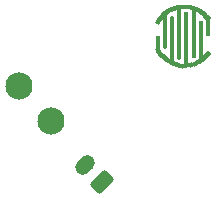
<source format=gts>
G04 #@! TF.GenerationSoftware,KiCad,Pcbnew,7.0.9*
G04 #@! TF.CreationDate,2023-12-20T17:35:01-07:00*
G04 #@! TF.ProjectId,vb_controller_shoulder_left_pcb,76625f63-6f6e-4747-926f-6c6c65725f73,4a*
G04 #@! TF.SameCoordinates,Original*
G04 #@! TF.FileFunction,Soldermask,Top*
G04 #@! TF.FilePolarity,Negative*
%FSLAX46Y46*%
G04 Gerber Fmt 4.6, Leading zero omitted, Abs format (unit mm)*
G04 Created by KiCad (PCBNEW 7.0.9) date 2023-12-20 17:35:01*
%MOMM*%
%LPD*%
G01*
G04 APERTURE LIST*
G04 Aperture macros list*
%AMRoundRect*
0 Rectangle with rounded corners*
0 $1 Rounding radius*
0 $2 $3 $4 $5 $6 $7 $8 $9 X,Y pos of 4 corners*
0 Add a 4 corners polygon primitive as box body*
4,1,4,$2,$3,$4,$5,$6,$7,$8,$9,$2,$3,0*
0 Add four circle primitives for the rounded corners*
1,1,$1+$1,$2,$3*
1,1,$1+$1,$4,$5*
1,1,$1+$1,$6,$7*
1,1,$1+$1,$8,$9*
0 Add four rect primitives between the rounded corners*
20,1,$1+$1,$2,$3,$4,$5,0*
20,1,$1+$1,$4,$5,$6,$7,0*
20,1,$1+$1,$6,$7,$8,$9,0*
20,1,$1+$1,$8,$9,$2,$3,0*%
%AMHorizOval*
0 Thick line with rounded ends*
0 $1 width*
0 $2 $3 position (X,Y) of the first rounded end (center of the circle)*
0 $4 $5 position (X,Y) of the second rounded end (center of the circle)*
0 Add line between two ends*
20,1,$1,$2,$3,$4,$5,0*
0 Add two circle primitives to create the rounded ends*
1,1,$1,$2,$3*
1,1,$1,$4,$5*%
G04 Aperture macros list end*
%ADD10C,2.301600*%
%ADD11RoundRect,0.050800X-0.153210X0.146720X-0.146720X-0.153210X0.153210X-0.146720X0.146720X0.153210X0*%
%ADD12RoundRect,0.050800X-0.135655X0.163088X-0.163088X-0.135655X0.135655X-0.163088X0.163088X0.135655X0*%
%ADD13RoundRect,0.050800X-0.168803X0.128473X-0.128473X-0.168803X0.168803X-0.128473X0.128473X0.168803X0*%
%ADD14RoundRect,0.050800X-0.116363X0.177369X-0.177369X-0.116363X0.116363X-0.177369X0.177369X0.116363X0*%
%ADD15RoundRect,0.050800X-0.182236X0.108582X-0.108582X-0.182236X0.182236X-0.108582X0.108582X0.182236X0*%
%ADD16RoundRect,0.050800X-0.095582X0.189378X-0.189378X-0.095582X0.095582X-0.189378X0.189378X0.095582X0*%
%ADD17RoundRect,0.050800X-0.193336X0.087300X-0.087300X-0.193336X0.193336X-0.087300X0.087300X0.193336X0*%
%ADD18RoundRect,0.050800X-0.073576X0.198964X-0.198964X-0.073576X0.073576X-0.198964X0.198964X0.073576X0*%
%ADD19RoundRect,0.050800X-0.201960X0.064901X-0.064901X-0.201960X0.201960X-0.064901X0.064901X0.201960X0*%
%ADD20RoundRect,0.050800X-0.050629X0.206002X-0.206002X-0.050629X0.050629X-0.206002X0.206002X0.050629X0*%
%ADD21RoundRect,0.050800X-0.207999X0.041671X-0.041671X-0.207999X0.207999X-0.041671X0.041671X0.207999X0*%
%ADD22RoundRect,0.050800X-0.027034X0.210402X-0.210402X-0.027034X0.027034X-0.210402X0.210402X0.027034X0*%
%ADD23RoundRect,0.050800X-0.211375X0.017908X-0.017908X-0.211375X0.211375X-0.017908X0.017908X0.211375X0*%
%ADD24RoundRect,0.050800X-0.003093X0.212109X-0.212109X-0.003093X0.003093X-0.212109X0.212109X0.003093X0*%
%ADD25RoundRect,0.050800X-0.212045X-0.006085X0.006085X-0.212045X0.212045X0.006085X-0.006085X0.212045X0*%
%ADD26RoundRect,0.050800X0.020888X0.211101X-0.211101X0.020888X-0.020888X-0.211101X0.211101X-0.020888X0*%
%ADD27RoundRect,0.050800X-0.210000X-0.030000X0.030000X-0.210000X0.210000X0.030000X-0.030000X0.210000X0*%
%ADD28RoundRect,0.050800X0.044602X0.207390X-0.207390X0.044602X-0.044602X-0.207390X0.207390X-0.044602X0*%
%ADD29RoundRect,0.050800X0.060754X0.203246X-0.203246X0.060754X-0.060754X-0.203246X0.203246X-0.060754X0*%
%ADD30O,0.401600X1.289034*%
%ADD31O,0.401600X3.479009*%
%ADD32O,0.401600X4.069223*%
%ADD33O,0.401600X4.608059*%
%ADD34O,0.401600X4.535632*%
%ADD35O,0.401600X4.270727*%
%ADD36O,0.401600X3.039444*%
%ADD37O,0.401600X1.601600*%
%ADD38RoundRect,0.050800X0.203246X0.060754X-0.060754X0.203246X-0.203246X-0.060754X0.060754X-0.203246X0*%
%ADD39RoundRect,0.050800X0.208808X0.037405X-0.037405X0.208808X-0.208808X-0.037405X0.037405X-0.208808X0*%
%ADD40RoundRect,0.050800X-0.030000X-0.210000X0.210000X-0.030000X0.030000X0.210000X-0.210000X0.030000X0*%
%ADD41RoundRect,0.050800X0.211697X0.013578X-0.013578X0.211697X-0.211697X-0.013578X0.013578X-0.211697X0*%
%ADD42RoundRect,0.050800X-0.013412X-0.211708X0.211708X-0.013412X0.013412X0.211708X-0.211708X0.013412X0*%
%ADD43RoundRect,0.050800X0.211876X-0.010424X0.010424X0.211876X-0.211876X0.010424X-0.010424X-0.211876X0*%
%ADD44RoundRect,0.050800X0.010589X-0.211868X0.211868X0.010589X-0.010589X0.211868X-0.211868X-0.010589X0*%
%ADD45RoundRect,0.050800X0.209342X-0.034292X0.034292X0.209342X-0.209342X0.034292X-0.034292X-0.209342X0*%
%ADD46RoundRect,0.050800X0.034455X-0.209315X0.209315X0.034455X-0.034455X0.209315X-0.209315X-0.034455X0*%
%ADD47RoundRect,0.050800X0.204128X-0.057721X0.057721X0.204128X-0.204128X0.057721X-0.057721X-0.204128X0*%
%ADD48RoundRect,0.050800X0.057880X-0.204083X0.204083X0.057880X-0.057880X0.204083X-0.204083X-0.057880X0*%
%ADD49RoundRect,0.050800X0.196301X-0.080411X0.080411X0.196301X-0.196301X0.080411X-0.080411X-0.196301X0*%
%ADD50RoundRect,0.050800X0.080564X-0.196238X0.196238X0.080564X-0.080564X0.196238X-0.196238X-0.080564X0*%
%ADD51RoundRect,0.050800X0.185961X-0.102072X0.102072X0.185961X-0.185961X0.102072X-0.102072X-0.185961X0*%
%ADD52RoundRect,0.050800X0.102217X-0.185881X0.185881X0.102217X-0.102217X0.185881X-0.185881X-0.102217X0*%
%ADD53RoundRect,0.050800X0.173240X-0.122425X0.122425X0.173240X-0.173240X0.122425X-0.122425X-0.173240X0*%
%ADD54RoundRect,0.050800X0.122561X-0.173144X0.173144X0.122561X-0.122561X0.173144X-0.173144X-0.122561X0*%
%ADD55RoundRect,0.050800X0.158301X-0.141212X0.141212X0.158301X-0.158301X0.141212X-0.141212X-0.158301X0*%
%ADD56RoundRect,0.050800X0.141336X-0.158191X0.158191X0.141336X-0.141336X0.158191X-0.158191X-0.141336X0*%
%ADD57RoundRect,0.300800X0.689429X0.194454X0.194454X0.689429X-0.689429X-0.194454X-0.194454X-0.689429X0*%
%ADD58HorizOval,1.301600X0.194454X0.194454X-0.194454X-0.194454X0*%
G04 APERTURE END LIST*
D10*
X140900000Y-113000000D03*
D11*
X154954082Y-111299414D03*
D12*
X154671389Y-111289525D03*
D13*
X155236085Y-111277306D03*
D14*
X154391620Y-111247764D03*
D15*
X155513785Y-111223482D03*
D16*
X154118361Y-111174666D03*
D17*
X155783627Y-111138632D03*
D18*
X153855108Y-111071166D03*
D19*
X156042156Y-111023843D03*
D20*
X153605232Y-110938591D03*
D21*
X156286063Y-110880583D03*
D22*
X153371932Y-110778637D03*
D23*
X156512226Y-110710687D03*
D24*
X153158195Y-110593352D03*
D25*
X156717748Y-110516330D03*
D26*
X152966757Y-110385108D03*
D27*
X156900000Y-110299999D03*
D28*
X152800069Y-110156571D03*
D29*
X152700001Y-109987434D03*
D30*
X152700000Y-109393717D03*
D31*
X156300000Y-109182526D03*
D32*
X153900000Y-109107476D03*
D33*
X155100000Y-109038757D03*
D34*
X154500000Y-108549224D03*
D35*
X155700000Y-108516020D03*
D36*
X153300000Y-108347985D03*
D37*
X156900000Y-108050000D03*
D38*
X152700000Y-107612566D03*
D39*
X152848223Y-107371642D03*
D40*
X156900000Y-107300001D03*
D41*
X153022712Y-107149004D03*
D42*
X156775998Y-107147539D03*
D43*
X153221235Y-106947503D03*
D44*
X156577318Y-106946193D03*
D45*
X153441250Y-106769718D03*
D46*
X156357164Y-106768579D03*
D47*
X153679940Y-106617925D03*
D48*
X156118355Y-106616973D03*
D49*
X153934250Y-106494068D03*
D50*
X155863948Y-106493314D03*
D51*
X154200924Y-106399731D03*
D52*
X155597201Y-106399186D03*
D53*
X154476547Y-106336124D03*
D54*
X155321528Y-106335794D03*
D55*
X154757592Y-106304060D03*
D56*
X155040459Y-106303949D03*
D10*
X143650000Y-116000000D03*
D57*
X147914214Y-121114214D03*
D58*
X146500000Y-119700000D03*
M02*

</source>
